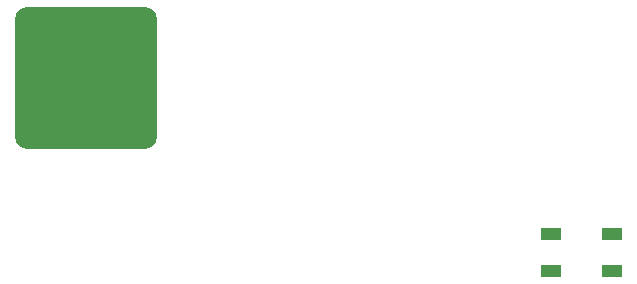
<source format=gbr>
%TF.GenerationSoftware,KiCad,Pcbnew,9.0.7*%
%TF.CreationDate,2026-02-10T14:17:08-05:00*%
%TF.ProjectId,BREAD_Slice,42524541-445f-4536-9c69-63652e6b6963,rev?*%
%TF.SameCoordinates,PX74eba40PY8552dc0*%
%TF.FileFunction,Paste,Top*%
%TF.FilePolarity,Positive*%
%FSLAX46Y46*%
G04 Gerber Fmt 4.6, Leading zero omitted, Abs format (unit mm)*
G04 Created by KiCad (PCBNEW 9.0.7) date 2026-02-10 14:17:08*
%MOMM*%
%LPD*%
G01*
G04 APERTURE LIST*
G04 Aperture macros list*
%AMRoundRect*
0 Rectangle with rounded corners*
0 $1 Rounding radius*
0 $2 $3 $4 $5 $6 $7 $8 $9 X,Y pos of 4 corners*
0 Add a 4 corners polygon primitive as box body*
4,1,4,$2,$3,$4,$5,$6,$7,$8,$9,$2,$3,0*
0 Add four circle primitives for the rounded corners*
1,1,$1+$1,$2,$3*
1,1,$1+$1,$4,$5*
1,1,$1+$1,$6,$7*
1,1,$1+$1,$8,$9*
0 Add four rect primitives between the rounded corners*
20,1,$1+$1,$2,$3,$4,$5,0*
20,1,$1+$1,$4,$5,$6,$7,0*
20,1,$1+$1,$6,$7,$8,$9,0*
20,1,$1+$1,$8,$9,$2,$3,0*%
G04 Aperture macros list end*
%ADD10RoundRect,1.000000X-5.000000X-5.000000X5.000000X-5.000000X5.000000X5.000000X-5.000000X5.000000X0*%
%ADD11R,1.651000X1.000000*%
G04 APERTURE END LIST*
D10*
%TO.C,HS1*%
X8750000Y18445000D03*
%TD*%
D11*
%TO.C,D1*%
X48123000Y5267231D03*
X48123000Y2067231D03*
X53277000Y2067231D03*
X53277000Y5267231D03*
%TD*%
M02*

</source>
